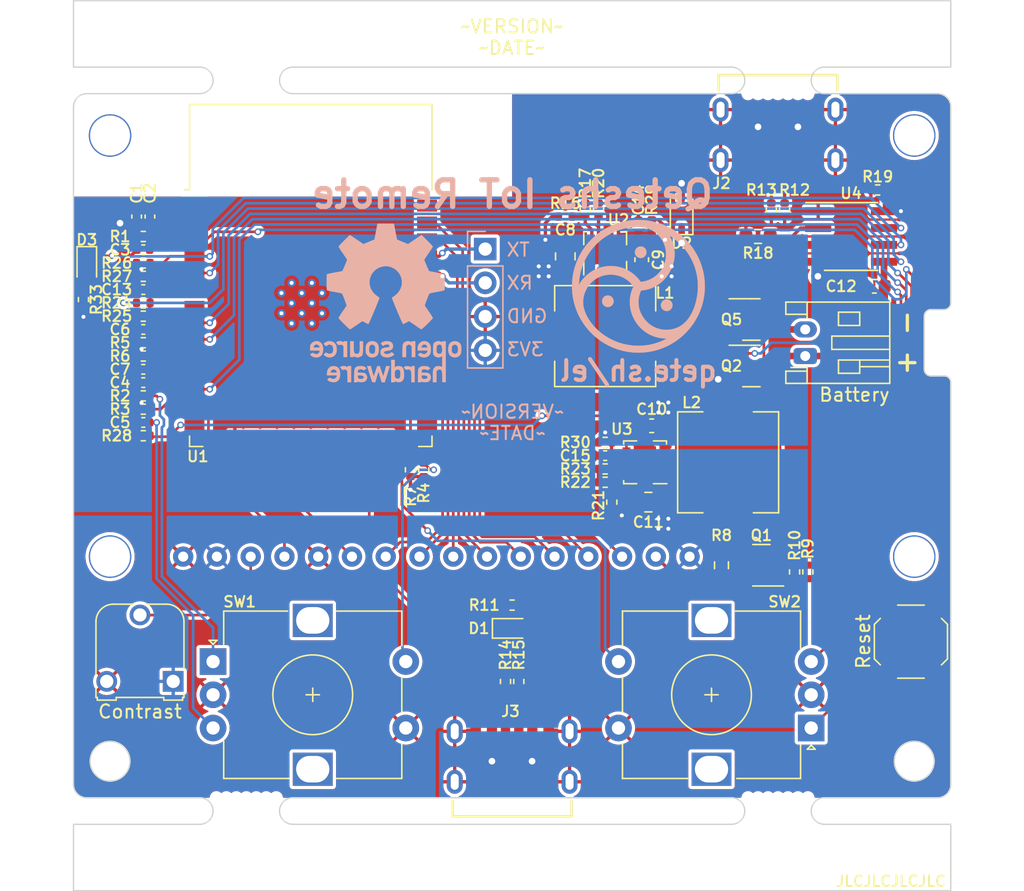
<source format=kicad_pcb>
(kicad_pcb (version 20221018) (generator pcbnew)
  (title_block (title "Qeteshs AC-Controller") (date "${DATE}") (rev "${VERSION}"))
  (layers (0 "F.Cu" signal) (31 "B.Cu" signal) (34 "B.Paste" user) (35 "F.Paste" user) (36 "B.SilkS" user "B.Silkscreen") (37 "F.SilkS" user "F.Silkscreen") (38 "B.Mask" user) (39 "F.Mask" user) (44 "Edge.Cuts" user))
  (property "DATE" "~DATE~")
  (property "VERSION" "~VERSION~")
  (net 0 "")
  (net 1 "GND")
  (net 2 "+3V3")
  (net 3 "/EN")
  (net 4 "/Encoder1_B")
  (net 5 "/Encoder1_A")
  (net 6 "/Encoder2_A")
  (net 7 "/Power/V_{BUS}")
  (net 8 "Net-(D1-A)")
  (net 9 "/LCD_VO")
  (net 10 "/LCD_RS")
  (net 11 "/LCD_EN")
  (net 12 "/LCD_D0")
  (net 13 "/LCD_D1")
  (net 14 "/LCD_D2")
  (net 15 "/LCD_D3")
  (net 16 "/LCD_D4")
  (net 17 "/LCD_D5")
  (net 18 "/LCD_D6")
  (net 19 "/LCD_D7")
  (net 20 "/LCD_LED_K")
  (net 21 "/TX")
  (net 22 "/RX")
  (net 23 "Net-(Q1-G)")
  (net 24 "/LCD_BL")
  (net 25 "/Button1")
  (net 26 "/Button2")
  (net 27 "/LED")
  (net 37 "/Encoder2_B")
  (net 38 "/Power/CC1a")
  (net 39 "/Power/CC2a")
  (net 40 "/Power/CC1b")
  (net 41 "/Power/CC2b")
  (net 42 "/Power/V_{IN}")
  (net 43 "+5V")
  (net 44 "/BattMeasure")
  (net 45 "Net-(U2-L2)")
  (net 46 "Net-(U2-L1)")
  (net 47 "Net-(U3-L2)")
  (net 48 "Net-(U3-L1)")
  (net 49 "Net-(R17-Pad2)")
  (net 50 "/Power/PROG")
  (net 51 "Net-(R22-Pad2)")
  (net 52 "/~{Battery_Charging}")
  (net 53 "/~{Battery_Standby}")
  (net 54 "/Battery+")
  (net 55 "/Power/FB3")
  (net 56 "/Power/FB5")
  (net 57 "/5VEN")
  (net 58 "/Power/VINA3")
  (net 59 "/Power/VINA5")
  (net 60 "Net-(Q1-D)")
  (net 61 "/Power/B-")
  (net 62 "Net-(D3-A)")
  (footprint "Resistor_SMD:R_0603_1608Metric_Pad0.98x0.95mm_HandSolder" (layer "F.Cu") (at 168.5 81.75 180)
    (fp_text reference "R18")
    (fp_text value "4k7")
  )
  (footprint "Resistor_SMD:R_0402_1005Metric" (layer "F.Cu") (at 122.25 87.75 180)
    (fp_text reference "R25")
    (fp_text value "10M")
  )
  (footprint "Package_TO_SOT_SMD:SOT-23" (layer "F.Cu") (at 168 91.5)
    (fp_text reference "Q2")
    (fp_text value "AO3401A")
  )
  (footprint "Potentiometer_THT:Potentiometer_Runtron_RM-065_Vertical" (layer "F.Cu") (at 124.5 115.24 180)
    (fp_text reference "RV1" hide)
    (fp_text value "Contrast")
  )
  (footprint "Resistor_SMD:R_0402_1005Metric" (layer "F.Cu") (at 122.25 89.75)
    (fp_text reference "R5")
    (fp_text value "10k")
  )
  (footprint "Panelization:mouse-bite-2x5mm-slot-onesided-v2" (layer "F.Cu") (at 130 70 180)
    (fp_text reference "mouse-bite-2mm-slot" hide)
    (fp_text value "VAL**" hide)
    (fp_arc (start -3.5 -1) (mid -2.5 0) (end -3.5 1) (stroke (width 0.1)) (layer "Edge.Cuts"))
    (fp_arc (start 3.5 1) (mid 2.5 0) (end 3.5 -1) (stroke (width 0.1)) (layer "Edge.Cuts"))
  )
  (footprint "My_Footprints:JLCPCB_Tooling_Hole" (layer "F.Cu") (at 119.5 66.5)
    (fp_text reference "REF**" hide)
    (fp_text value "JLCPCB_Tooling_Hole")
  )
  (footprint "Capacitor_SMD:C_0402_1005Metric" (layer "F.Cu") (at 122.25 95.75)
    (fp_text reference "C5")
    (fp_text value "100n")
  )
  (footprint "My_Footprints:EATON_DR74" (layer "F.Cu") (at 157 89.25)
    (fp_text reference "L1")
    (fp_text value "DR74-3R3-R")
  )
  (footprint "Resistor_SMD:R_0603_1608Metric_Pad0.98x0.95mm_HandSolder" (layer "F.Cu") (at 165.75 106.5 90)
    (fp_text reference "R8")
    (fp_text value "0R")
  )
  (footprint "Resistor_SMD:R_0402_1005Metric" (layer "F.Cu") (at 122.25 96.75 180)
    (fp_text reference "R28")
    (fp_text value "100k")
  )
  (footprint "Resistor_SMD:R_0402_1005Metric" (layer "F.Cu") (at 122.25 81.75)
    (fp_text reference "R1")
    (fp_text value "10k")
  )
  (footprint "Connector_JST:JST_PH_S2B-PH-K_1x02_P2.00mm_Horizontal" (layer "F.Cu") (at 172.05 90.75 90)
    (fp_text reference "BT1" hide)
    (fp_text value "LiIon")
  )
  (footprint "USB4125-GF-A_REVA2:GCT_USB4125-GF-A_REVA2" (layer "F.Cu") (at 170 73 180)
    (fp_text reference "J2")
    (fp_text value "USB_C_Top")
  )
  (footprint "Resistor_SMD:R_0402_1005Metric" (layer "F.Cu") (at 122.25 83.75)
    (fp_text reference "R26")
    (fp_text value "10k")
  )
  (footprint "Button_Switch_SMD:SW_Push_1P1T_XKB_TS-1187A" (layer "F.Cu") (at 180 112.25 -90)
    (fp_text reference "SW3" hide)
    (fp_text value "RESET")
  )
  (footprint "My_Footprints:JLCPCB_Tooling_Hole" (layer "F.Cu") (at 180.5 128.5 180)
    (fp_text reference "REF**" hide)
    (fp_text value "JLCPCB_Tooling_Hole")
  )
  (footprint "Resistor_SMD:R_0402_1005Metric" (layer "F.Cu") (at 172.25 107 90)
    (fp_text reference "R9")
    (fp_text value "100R")
  )
  (footprint "Resistor_SMD:R_0402_1005Metric" (layer "F.Cu") (at 122.25 94.75)
    (fp_text reference "R3")
    (fp_text value "10k")
  )
  (footprint "Capacitor_SMD:C_0805_2012Metric" (layer "F.Cu") (at 154 83.25 90)
    (fp_text reference "C8")
    (fp_text value "47u")
  )
  (footprint "Package_TO_SOT_SMD:SOT-23" (layer "F.Cu") (at 168.75 106.5 180)
    (fp_text reference "Q1")
    (fp_text value "AO3400A")
  )
  (footprint "Resistor_SMD:R_0402_1005Metric" (layer "F.Cu") (at 160.5 81 90)
    (fp_text reference "R29")
    (fp_text value "100R")
  )
  (footprint "Capacitor_SMD:C_0402_1005Metric" (layer "F.Cu") (at 121.75 80.25 -90)
    (fp_text reference "C1")
    (fp_text value "10u")
  )
  (footprint "Resistor_SMD:R_0402_1005Metric" (layer "F.Cu") (at 150 109.5)
    (fp_text reference "R11")
    (fp_text value "680R")
  )
  (footprint "Resistor_SMD:R_0402_1005Metric" (layer "F.Cu") (at 177.5 78.25 180)
    (fp_text reference "R19")
    (fp_text value "100k")
  )
  (footprint "Diode_SMD:D_SOD-323" (layer "F.Cu") (at 162.75 80 90)
    (fp_text reference "D2")
    (fp_text value "1N5819WS")
  )
  (footprint "Resistor_SMD:R_0402_1005Metric" (layer "F.Cu") (at 117.75 86.5 90)
    (fp_text reference "R33")
    (fp_text value "680R")
  )
  (footprint "Rotary_Encoder:RotaryEncoder_Alps_EC12E-Switch_Vertical_H20mm" (layer "F.Cu") (at 127.5 113.75)
    (fp_text reference "SW1")
    (fp_text value "Mode")
  )
  (footprint "Rotary_Encoder:RotaryEncoder_Alps_EC12E-Switch_Vertical_H20mm" (layer "F.Cu") (at 172.5 118.75 180)
    (fp_text reference "SW2")
    (fp_text value "Value")
  )
  (footprint "Resistor_SMD:R_0402_1005Metric" (layer "F.Cu") (at 150.5 115.25 90)
    (fp_text reference "R15")
    (fp_text value "5k1")
  )
  (footprint "Resistor_SMD:R_0402_1005Metric" (layer "F.Cu") (at 149.5 115.25 90)
    (fp_text reference "R14")
    (fp_text value "5k1")
  )
  (footprint "Resistor_SMD:R_0402_1005Metric" (layer "F.Cu") (at 156.5 79.75 -90)
    (fp_text reference "R20")
    (fp_text value "27k")
  )
  (footprint "Capacitor_SMD:C_0805_2012Metric" (layer "F.Cu") (at 160.25 101.75 180)
    (fp_text reference "C11")
    (fp_text value "47u")
  )
  (footprint "Resistor_SMD:R_0402_1005Metric" (layer "F.Cu") (at 122.25 93.75)
    (fp_text reference "R2")
    (fp_text value "10k")
  )
  (footprint "Package_SON:Texas_DRC0010J" (layer "F.Cu") (at 157 83 90)
    (fp_text reference "U2")
    (fp_text value "TPS63000")
  )
  (footprint "Package_TO_SOT_SMD:SOT-23" (layer "F.Cu") (at 168 88)
    (fp_text reference "Q5")
    (fp_text value "AO3400A")
  )
  (footprint "Capacitor_SMD:C_0402_1005Metric" (layer "F.Cu") (at 122.25 88.75)
    (fp_text reference "C6")
    (fp_text value "100n")
  )
  (footprint "Package_SON:Texas_DRC0010J" (layer "F.Cu") (at 160 98.75 180)
    (fp_text reference "U3")
    (fp_text value "TPS63000")
  )
  (footprint "Resistor_SMD:R_0402_1005Metric" (layer "F.Cu") (at 154 80.25)
    (fp_text reference "R16")
    (fp_text value "1M")
  )
  (footprint "Resistor_SMD:R_0402_1005Metric" (layer "F.Cu") (at 157.5 101.75 90)
    (fp_text reference "R21")
    (fp_text value "1M")
  )
  (footprint "Resistor_SMD:R_0402_1005Metric" (layer "F.Cu") (at 155.5 79.75 90)
    (fp_text reference "R17")
    (fp_text value "150k")
  )
  (footprint "RF_Module:ESP32-WROOM-32" (layer "F.Cu") (at 134.850602 87.68)
    (fp_text reference "U1")
    (fp_text value "ESP32-WROOM-32")
  )
  (footprint "Capacitor_SMD:C_0402_1005Metric" (layer "F.Cu") (at 122.25 82.75)
    (fp_text reference "C3")
    (fp_text value "100n")
  )
  (footprint "LED_SMD:LED_0603_1608Metric" (layer "F.Cu") (at 118 84 -90)
    (fp_text reference "D3")
    (fp_text value "Charging")
  )
  (footprint "Resistor_SMD:R_0402_1005Metric" (layer "F.Cu") (at 122.25 90.75)
    (fp_text reference "R6")
    (fp_text value "10k")
  )
  (footprint "My_Footprints:EATON_DR74" (layer "F.Cu") (at 166.25 98.75 90)
    (fp_text reference "L2")
    (fp_text value "DR74-3R3-R")
  )
  (footprint "Panelization:mouse-bite-2x5mm-slot-onesided-v2" (layer "F.Cu") (at 130 125)
    (fp_text reference "mouse-bite-2mm-slot" hide)
    (fp_text value "VAL**" hide)
    (fp_arc (start -3.5 -1) (mid -2.5 0) (end -3.5 1) (stroke (width 0.1)) (layer "Edge.Cuts"))
    (fp_arc (start 3.5 1) (mid 2.5 0) (end 3.5 -1) (stroke (width 0.1)) (layer "Edge.Cuts"))
  )
  (footprint "Capacitor_SMD:C_0603_1608Metric" (layer "F.Cu") (at 159.75 83.5 90)
    (fp_text reference "C9")
    (fp_text value "10u")
  )
  (footprint "USB4125-GF-A_REVA2:GCT_USB4125-GF-A_REVA2" (layer "F.Cu") (at 150 122)
    (fp_text reference "J3")
    (fp_text value "USB_C_Bottom")
  )
  (footprint "Resistor_SMD:R_0402_1005Metric" (layer "F.Cu") (at 171.25 107 90)
    (fp_text reference "R10")
    (fp_text value "100k")
  )
  (footprint "Capacitor_SMD:C_0402_1005Metric" (layer "F.Cu") (at 122.75 80.25 -90)
    (fp_text reference "C2")
    (fp_text value "100n")
  )
  (footprint "Resistor_SMD:R_0402_1005Metric" (layer "F.Cu") (at 170.5 79.75 -90)
    (fp_text reference "R12")
    (fp_text value "5k1")
  )
  (footprint "Capacitor_SMD:C_0402_1005Metric" (layer "F.Cu") (at 122.25 92.75)
    (fp_text reference "C4")
    (fp_text value "100n")
  )
  (footprint "TP4056:SOP127P600X175-9N" (layer "F.Cu") (at 175.5 81.75)
    (fp_text reference "U4")
    (fp_text value "TP4056")
  )
  (footprint "Capacitor_SMD:C_0603_1608Metric" (layer "F.Cu") (at 160.5 96 180)
    (fp_text reference "C10")
    (fp_text value "10u")
  )
  (footprint "Resistor_SMD:R_0402_1005Metric" (layer "F.Cu") (at 142.350602 99.315 90)
    (fp_text reference "R7")
    (fp_text value "10k")
  )
  (footprint "My_Footprints:DEM 16226 SYH-LY" (layer "F.Cu") (at 150 90)
    (fp_text reference "DS1" hide)
    (fp_text value "DEM 16226 SYH-LY")
  )
  (footprint "My_Footprints:JLCPCB_Tooling_Hole" (layer "F.Cu") (at 119.5 128.5 180)
    (fp_text reference "REF**" hide)
    (fp_text value "JLCPCB_Tooling_Hole")
  )
  (footprint "Panelization:mouse-bite-2x5mm-slot-onesided-v2" (layer "F.Cu") (at 170 70 180)
    (fp_text reference "mouse-bite-2mm-slot" hide)
    (fp_text value "VAL**" hide)
    (fp_arc (start -3.5 -1) (mid -2.5 0) (end -3.5 1) (stroke (width 0.1)) (layer "Edge.Cuts"))
    (fp_arc (start 3.5 1) (mid 2.5 0) (end 3.5 -1) (stroke (width 0.1)) (layer "Edge.Cuts"))
  )
  (footprint "Resistor_SMD:R_0402_1005Metric" (layer "F.Cu") (at 143.350602 99.315 90)
    (fp_text reference "R4")
    (fp_text value "10k")
  )
  (footprint "Resistor_SMD:R_0402_1005Metric" (layer "F.Cu") (at 157 97.25 180)
    (fp_text reference "R30")
    (fp_text value "100R")
  )
  (footprint "Capacitor_SMD:C_0402_1005Metric" (layer "F.Cu") (at 122.25 85.75)
    (fp_text reference "C13")
    (fp_text value "100n")
  )
  (footprint "Resistor_SMD:R_0402_1005Metric" (layer "F.Cu") (at 169.5 79.75 -90)
    (fp_text reference "R13")
    (fp_text value "5k1")
  )
  (footprint "LED_SMD:LED_0603_1608Metric" (layer "F.Cu") (at 150 111.25)
    (fp_text reference "D1")
    (fp_text value "Status")
  )
  (footprint "Capacitor_SMD:C_0603_1608Metric" (layer "F.Cu") (at 177.25 85.5 180)
    (fp_text reference "C12")
    (fp_text value "10u")
  )
  (footprint "Resistor_SMD:R_0402_1005Metric" (layer "F.Cu") (at 157 99.25)
    (fp_text reference "R23")
    (fp_text value "56k")
  )
  (footprint "Capacitor_SMD:C_0402_1005Metric" (layer "F.Cu") (at 122.25 91.75)
    (fp_text reference "C7")
    (fp_text value "100n")
  )
  (footprint "Resistor_SMD:R_0402_1005Metric" (layer "F.Cu") (at 122.25 84.75)
    (fp_text reference "R27")
    (fp_text value "10k")
  )
  (footprint "Resistor_SMD:R_0402_1005Metric" (layer "F.Cu") (at 157 100.25 180)
    (fp_text reference "R22")
    (fp_text value "56k")
  )
  (footprint "My_Footprints:JLCPCB_Tooling_Hole" (layer "F.Cu") (at 180.5 66.5)
    (fp_text reference "REF**" hide)
    (fp_text value "JLCPCB_Tooling_Hole")
  )
  (footprint "Panelization:mouse-bite-2x5mm-slot-onesided-v2" (layer "F.Cu") (at 170 125)
    (fp_text reference "mouse-bite-2mm-slot" hide)
    (fp_text value "VAL**" hide)
    (fp_arc (start -3.5 -1) (mid -2.5 0) (end -3.5 1) (stroke (width 0.1)) (layer "Edge.Cuts"))
    (fp_arc (start 3.5 1) (mid 2.5 0) (end 3.5 -1) (stroke (width 0.1)) (layer "Edge.Cuts"))
  )
  (footprint "Resistor_SMD:R_0402_1005Metric" (layer "F.Cu") (at 122.25 86.75)
    (fp_text reference "R24")
    (fp_text value "10M")
  )
  (footprint "Capacitor_SMD:C_0402_1005Metric" (layer "F.Cu") (at 159.5 81 -90)
    (fp_text reference "C14")
    (fp_text value "100n")
  )
  (footprint "Capacitor_SMD:C_0402_1005Metric" (layer "F.Cu") (at 157 98.25)
    (fp_text reference "C15")
    (fp_text value "100n")
  )
  (footprint "Connector_PinSocket_2.54mm:PinSocket_1x04_P2.54mm_Vertical" (layer "B.Cu") (at 147.975 82.7 180)
    (fp_text reference "J1" hide)
    (fp_text value "Serial")
  )
  (footprint "My_Footprints:CutieMark10mmInverted" (layer "B.Cu") (at 159.5 85.5 180)
    (fp_text reference "G***" hide)
    (fp_text value "LOGO" hide)
  )
  (footprint "Symbol:OSHW-Logo_11.4x12mm_SilkScreen" (layer "B.Cu") (at 140.5 86.75 180)
    (fp_text reference "REF**" hide)
    (fp_text value "OSHW-Logo_11.4x12mm_SilkScreen" hide)
  )
  (gr_line (start 182.5 87.25) (end 181.5 87.25) (stroke (width 0.1)) (layer "Edge.Cuts"))
  (gr_line (start 183 69) (end 173.5 69) (stroke (width 0.1)) (layer "Edge.Cuts"))
  (gr_arc (start 182 71) (mid 182.707107 71.292893) (end 183 72) (stroke (width 0.1)) (layer "Edge.Cuts"))
  (gr_line (start 117 131) (end 117 126) (stroke (width 0.1)) (layer "Edge.Cuts"))
  (gr_line (start 183 92.75) (end 183 123) (stroke (width 0.1)) (layer "Edge.Cuts"))
  (gr_line (start 117 69) (end 117 64) (stroke (width 0.1)) (layer "Edge.Cuts"))
  (gr_line (start 126.5 71) (end 118 71) (stroke (width 0.1)) (layer "Edge.Cuts"))
  (gr_arc (start 118 124) (mid 117.292893 123.707107) (end 117 123) (stroke (width 0.1)) (layer "Edge.Cuts"))
  (gr_line (start 166.5 124) (end 133.5 124) (stroke (width 0.1)) (layer "Edge.Cuts"))
  (gr_line (start 126.5 69) (end 117 69) (stroke (width 0.1)) (layer "Edge.Cuts"))
  (gr_line (start 133.5 71) (end 166.5 71) (stroke (width 0.1)) (layer "Edge.Cuts"))
  (gr_circle (center 180.25 121.25) (end 181.75 121.25) (stroke (width 0.1)) (fill none) (layer "Edge.Cuts"))
  (gr_line (start 117 126) (end 126.5 126) (stroke (width 0.1)) (layer "Edge.Cuts"))
  (gr_line (start 173.5 71) (end 182 71) (stroke (width 0.1)) (layer "Edge.Cuts"))
  (gr_line (start 133.5 126) (end 166.5 126) (stroke (width 0.1)) (layer "Edge.Cuts"))
  (gr_line (start 126.5 124) (end 118 124) (stroke (width 0.1)) (layer "Edge.Cuts"))
  (gr_line (start 181 87.75) (end 181 91.75) (stroke (width 0.1)) (layer "Edge.Cuts"))
  (gr_line (start 117 123) (end 117 72) (stroke (width 0.1)) (layer "Edge.Cuts"))
  (gr_line (start 183 131) (end 117 131) (stroke (width 0.1)) (layer "Edge.Cuts"))
  (gr_arc (start 183 86.75) (mid 182.853553 87.103553) (end 182.5 87.25) (stroke (width 0.1)) (layer "Edge.Cuts"))
  (gr_line (start 166.5 69) (end 133.5 69) (stroke (width 0.1)) (layer "Edge.Cuts"))
  (gr_arc (start 181 87.75) (mid 181.146447 87.396447) (end 181.5 87.25) (stroke (width 0.1)) (layer "Edge.Cuts"))
  (gr_line (start 183 64) (end 183 69) (stroke (width 0.1)) (layer "Edge.Cuts"))
  (gr_line (start 117 64) (end 183 64) (stroke (width 0.1)) (layer "Edge.Cuts"))
  (gr_arc (start 181.5 92.25) (mid 181.146447 92.103553) (end 181 91.75) (stroke (width 0.1)) (layer "Edge.Cuts"))
  (gr_line (start 183 86.75) (end 183 72) (stroke (width 0.1)) (layer "Edge.Cuts"))
  (gr_line (start 173.5 126) (end 183 126) (stroke (width 0.1)) (layer "Edge.Cuts"))
  (gr_line (start 181.5 92.25) (end 182.5 92.25) (stroke (width 0.1)) (layer "Edge.Cuts"))
  (gr_circle (center 119.75 121.25) (end 121.25 121.25) (stroke (width 0.1)) (fill none) (layer "Edge.Cuts"))
  (gr_line (start 183 126) (end 183 131) (stroke (width 0.1)) (layer "Edge.Cuts"))
  (gr_arc (start 182.5 92.25) (mid 182.853553 92.396447) (end 183 92.75) (stroke (width 0.1)) (layer "Edge.Cuts"))
  (gr_line (start 173.5 124) (end 182 124) (stroke (width 0.1)) (layer "Edge.Cuts"))
  (gr_arc (start 117 72) (mid 117.292893 71.292893) (end 118 71) (stroke (width 0.1)) (layer "Edge.Cuts"))
  (gr_arc (start 183 123) (mid 182.707107 123.707107) (end 182 124) (stroke (width 0.1)) (layer "Edge.Cuts"))
  (gr_text "Qeteshs IoT Remote" (at 150 79.75) (layer "B.SilkS") (effects (font (size 2 2) (thickness 0.4) bold) (justify bottom mirror)))
  (gr_text "TX" (at 149.5 82.75) (layer "B.SilkS") (effects (font (size 1 1)) (justify right mirror)))
  (gr_text "${VERSION}\n${DATE}" (at 150 95.75) (layer "B.SilkS") (effects (font (size 1 1)) (justify mirror)))
  (gr_text "3V3" (at 149.5 90.25) (layer "B.SilkS") (effects (font (size 1 1)) (justify right mirror)))
  (gr_text "qete.sh/el" (at 159.5 92.75) (layer "B.SilkS") (effects (font (size 1.5 1.5) (thickness 0.3) bold) (justify bottom mirror)))
  (gr_text "GND" (at 149.5 87.75) (layer "B.SilkS") (effects (font (size 1 1)) (justify right mirror)))
  (gr_text "RX" (at 149.5 85.25) (layer "B.SilkS") (effects (font (size 1 1)) (justify right mirror)))
  (gr_text "Battery" (at 175.75 94.25) (layer "F.SilkS") (effects (font (size 1 1)) (justify bottom)))
  (gr_text "Reset" (at 177 112.25 90) (layer "F.SilkS") (effects (font (size 1 1)) (justify bottom)))
  (gr_text "${VERSION}\n${DATE}" (at 150 66.75) (layer "F.SilkS") (effects (font (size 1 1))))
  (gr_text "JLCJLCJLCJLC" (at 178.5 130.75) (layer "F.SilkS") (effects (font (size 0.8 0.8)) (justify bottom)))
  (gr_text "Contrast" (at 122 118.1) (layer "F.SilkS") (effects (font (size 1 1)) (justify bottom)))
  (gr_text "+ -" (at 180.5 89.75 90) (layer "F.SilkS") (effects (font (size 1.5 1.5) (thickness 0.25) bold) (justify bottom)))
  (segment (start 156.5 81.6) (end 156.5 82.5) (width 0.25) (layer "F.Cu") (net 1))
  (segment (start 158.6 99.25) (end 159.5 99.25) (width 0.25) (layer "F.Cu") (net 1))
  (segment (start 156.5 82.5) (end 157 83) (width 0.25) (layer "F.Cu") (net 1))
  (segment (start 157.5 82.5) (end 157 83) (width 0.25) (layer "F.Cu") (net 1))
  (segment (start 156.5 81.6) (end 156.5 80.26) (width 0.25) (layer "F.Cu") (net 1))
  (segment (start 158.6 99.25) (end 157.51 99.25) (width 0.25) (layer "F.Cu") (net 1))
  (segment (start 159.5 99.25) (end 160 98.75) (width 0.25) (layer "F.Cu") (net 1))
  (segment (start 142.350602 99.825) (end 142.350602 100.815) (width 0.25) (layer "F.Cu") (net 2))
  (segment (start 126.070602 80.73) (end 122.75 80.73) (width 0.5) (layer "F.Cu") (net 2))
  (segment (start 122.106421 84.204661) (end 121.74 84.571082) (width 0.25) (layer "F.Cu") (net 2))
  (segment (start 121.74 84.571082) (end 121.74 84.75) (width 0.25) (layer "F.Cu") (net 2))
  (segment (start 121.74 80.74) (end 121.75 80.73) (width 0.2) (layer "F.Cu") (net 2))
  (segment (start 152.5 82) (end 152.5 80.745) (width 0.25) (layer "F.Cu") (net 2))
  (segment (start 121.74 90.60023) (end 122.116686 90.223544) (width 0.25) (layer "F.Cu") (net 2))
  (segment (start 143.350602 99.825) (end 142.350602 99.825) (width 0.25) (layer "F.Cu") (net 2))
  (segment (start 120.52 80.73) (end 121.75 80.73) (width 0.5) (layer "F.Cu") (net 2))
  (segment (start 121.74 81.75) (end 121.74 80.74) (width 0.2) (layer "F.Cu") (net 2))
  (segment (start 120.5 80.75) (end 120.52 80.73) (width 0.5) (layer "F.Cu") (net 2))
  (segment (start 121.74 94.75) (end 121.74 94.653142) (width 0.25) (layer "F.Cu") (net 2))
  (segment (start 122.75 80.73) (end 121.75 80.73) (width 0.5) (layer "F.Cu") (net 2))
  (segment (start 121.74 90.75) (end 121.74 90.60023) (width 0.25) (layer "F.Cu") (net 2))
  (segment (start 152.5 80.745) (end 152.995 80.25) (width 0.25) (layer "F.Cu") (net 2))
  (segment (start 152.995 80.25) (end 153.49 80.25) (width 0.25) (layer "F.Cu") (net 2))
  (segment (start 121.74 93.75) (end 121.74 93.89977) (width 0.25) (layer "F.Cu") (net 2))
  (segment (start 121.74 93.89977) (end 122.116686 94.276456) (width 0.25) (layer "F.Cu") (net 2))
  (segment (start 117.75 87.8) (end 117.75 87.01) (width 0.2) (layer "F.Cu") (net 2))
  (segment (start 121.74 83.83824) (end 121.74 83.75) (width 0.25) (layer "F.Cu") (net 2))
  (segment (start 122.106421 84.204661) (end 121.74 83.83824) (width 0.25) (layer "F.Cu") (net 2))
  (segment (start 121.74 94.653142) (end 122.116686 94.276456) (width 0.25) (layer "F.Cu") (net 2))
  (segment (start 121.74 89.75) (end 121.74 89.846858) (width 0.25) (layer "F.Cu") (net 2))
  (segment (start 121.74 89.846858) (end 122.116686 90.223544) (width 0.25) (layer "F.Cu") (net 2))
  (segment (start 126.100602 80.7) (end 126.070602 80.73) (width 0.5) (layer "F.Cu") (net 2))
  (via (at 122.116686 94.276456) (size 0.5) (drill 0.3) (layers "F.Cu" "B.Cu") (net 2))
  (via (at 152.75 84) (size 0.5) (drill 0.3) (layers "F.Cu" "B.Cu") (net 2))
  (via (at 152 84) (size 0.5) (drill 0.3) (layers "F.Cu" "B.Cu") (net 2))
  (via (at 152.75 84.75) (size 0.5) (drill 0.3) (layers "F.Cu" "B.Cu") (net 2))
  (via (at 122.106421 84.204661) (size 0.5) (drill 0.3) (layers "F.Cu" "B.Cu") (net 2))
  (via (at 122.116686 90.223544) (size 0.5) (drill 0.3) (layers "F.Cu" "B.Cu") (net 2))
  (via (at 142.350602 100.815) (size 0.5) (drill 0.3) (layers "F.Cu" "B.Cu") (net 2))
  (via (at 152.5 82) (size 0.5) (drill 0.3) (layers "F.Cu" "B.Cu") (net 2))
  (via (at 120.5 80.75) (size 1) (drill 0.5) (layers "F.Cu" "B.Cu") (net 2))
  (via (at 152 84.75) (size 0.5) (drill 0.3) (layers "F.Cu" "B.Cu") (net 2))
  (via (at 117.75 87.8) (size 0.5) (drill 0.3) (layers "F.Cu" "B.Cu") (net 2))
  (segment (start 124 81.75) (end 122.76 81.75) (width 0.2) (layer "F.Cu") (net 3))
  (segment (start 126.100602 81.97) (end 124.22 81.97) (width 0.2) (layer "F.Cu") (net 3))
  (segment (start 179.652858 84.226847) (end 180.45 85.023989) (width 0.2) (layer "F.Cu") (net 3))
  (segment (start 180.45 101.497058) (end 178.125 103.822058) (width 0.2) (layer "F.Cu") (net 3))
  (segment (start 180.45 85.023989) (end 180.45 101.497058) (width 0.2) (layer "F.Cu") (net 3))
  (segment (start 178.125 103.822058) (end 178.125 109.25) (width 0.2) (layer "F.Cu") (net 3))
  (segment (start 126.100602 81.97) (end 127.03 81.97) (width 0.2) (layer "F.Cu") (net 3))
  (segment (start 127.03 81.97) (end 127.6005 81.3995) (width 0.2) (layer "F.Cu") (net 3))
  (segment (start 122.73 82.75) (end 122.73 81.78) (width 0.2) (layer "F.Cu") (net 3))
  (segment (start 124.22 81.97) (end 124 81.75) (width 0.2) (layer "F.Cu") (net 3))
  (segment (start 127.6005 81.3995) (end 130.873481 81.3995) (width 0.2) (layer "F.Cu") (net 3))
  (segment (start 178.125 115.25) (end 178.125 109.25) (width 0.2) (layer "F.Cu") (net 3))
  (via (at 130.873481 81.3995) (size 0.5) (drill 0.3) (layers "F.Cu" "B.Cu") (net 3))
  (via (at 179.652858 84.226847) (size 0.5) (drill 0.3) (layers "F.Cu" "B.Cu") (net 3))
  (segment (start 179.652858 84.226847) (end 179.652858 86.049732) (width 0.2) (layer "B.Cu") (net 3))
  (segment (start 131.022981 81.25) (end 130.873481 81.3995) (width 0.2) (layer "B.Cu") (net 3))
  (segment (start 179.227818 86.474772) (end 178.772182 86.474772) (width 0.2) (layer "B.Cu") (net 3))
  (segment (start 178.772182 86.474772) (end 177.1 84.80259) (width 0.2) (layer "B.Cu") (net 3))
  (segment (start 177.1 82.571248) (end 175.778752 81.25) (width 0.2) (layer "B.Cu") (net 3))
  (segment (start 177.1 84.80259) (end 177.1 82.571248) (width 0.2) (layer "B.Cu") (net 3))
  (segment (start 175.778752 81.25) (end 131.022981 81.25) (width 0.2) (layer "B.Cu") (net 3))
  (segment (start 179.652858 86.049732) (end 179.227818 86.474772) (width 0.2) (layer "B.Cu") (net 3))
  (segment (start 122.73 95.75) (end 122.73 94.78) (width 0.2) (layer "F.Cu") (net 4))
  (segment (start 122.73 94.78) (end 122.76 94.75) (width 0.2) (layer "F.Cu") (net 4))
  (segment (start 125.100602 92.13) (end 126.100602 92.13) (width 0.2) (layer "F.Cu") (net 4))
  (segment (start 123.563173 94.75) (end 124.5 93.813173) (width 0.2) (layer "F.Cu") (net 4))
  (segment (start 123.25 95.75) (end 122.73 95.75) (width 0.2) (layer "F.Cu") (net 4))
  (segment (start 124.5 93.813173) (end 124.5 92.730602) (width 0.2) (layer "F.Cu") (net 4))
  (segment (start 124.5 92.730602) (end 125.100602 92.13) (width 0.2) (layer "F.Cu") (net 4))
  (segment (start 122.76 94.75) (end 123.563173 94.75) (width 0.2) (layer "F.Cu") (net 4))
  (via (at 123.25 95.75) (size 0.5) (drill 0.3) (layers "F.Cu" "B.Cu") (net 4))
  (segment (start 123.25 107.515686) (end 126 110.265686) (width 0.2) (layer "B.Cu") (net 4))
  (segment (start 123.25 95.75) (end 123.25 107.515686) (width 0.2) (layer "B.Cu") (net 4))
  (segment (start 126 110.265686) (end 126 117.25) (width 0.2) (layer "B.Cu") (net 4))
  (segment (start 126 117.25) (end 127.5 118.75) (width 0.2) (layer "B.Cu") (net 4))
  (segment (start 125.14 90.86) (end 126.100602 90.86) (width 0.2) (layer "F.Cu") (net 5))
  (segment (start 122.76 92.78) (end 122.73 92.75) (width 0.2) (layer "F.Cu") (net 5))
  (segment (start 123.25 92.75) (end 125.14 90.86) (width 0.2) (layer "F.Cu") (net 5))
  (segment (start 122.76 93.75) (end 122.76 92.78) (width 0.2) (layer "F.Cu") (net 5))
  (segment (start 122.76 93.75) (end 123.25 93.75) (width 0.2) (layer "F.Cu") (net 5))
  (segment (start 122.73 92.75) (end 122.775 92.795) (width 0.2) (layer "F.Cu") (net 5))
  (segment (start 122.73 92.75) (end 123.25 92.75) (width 0.2) (layer "F.Cu") (net 5))
  (segment (start 123.25 93.75) (end 123.5 94) (width 0.2) (layer "F.Cu") (net 5))
  (via (at 123.5 94) (size 0.5) (drill 0.3) (layers "F.Cu" "B.Cu") (net 5))
  (segment (start 123.8 95.522182) (end 123.8 95.977818) (width 0.2) (layer "B.Cu") (net 5))
  (segment (start 123.5 95.222182) (end 123.8 95.522182) (width 0.2) (layer "B.Cu") (net 5))
  (segment (start 123.5 94) (end 123.5 95.222182) (width 0.2) (layer "B.Cu") (net 5))
  (segment (start 123.65 107.35) (end 127.5 111.2) (width 0.2) (layer "B.Cu") (net 5))
  (segment (start 123.65 96.127819) (end 123.65 107.35) (width 0.2) (layer "B.Cu") (net 5))
  (segment (start 127.5 111.2) (end 127.5 113.75) (width 0.2) (layer "B.Cu") (net 5))
  (segment (start 123.8 95.977818) (end 123.65 96.127819) (width 0.2) (layer "B.Cu") (net 5))
  (segment (start 179 84.5) (end 179.052549 84.5) (width 0.2) (layer "F.Cu") (net 6))
  (segment (start 179.052549 84.5) (end 180.05 85.497451) (width 0.2) (layer "F.Cu") (net 6))
  (segment (start 174 107.381372) (end 174 117.25) (width 0.2) (layer "F.Cu") (net 6))
  (segment (start 127.25 88.25) (end 126.170602 88.25) (width 0.2) (layer "F.Cu") (net 6))
  (segment (start 180.05 101.331372) (end 174 107.381372) (width 0.2) (layer "F.Cu") (net 6))
  (segment (start 174 117.25) (end 172.5 118.75) (width 0.2) (layer "F.Cu") (net 6))
  (segment (start 126.170602 88.25) (end 126.100602 88.32) (width 0.2) (layer "F.Cu") (net 6))
  (segment (start 122.76 89.75) (end 122.76 88.78) (width 0.2) (layer "F.Cu") (net 6))
  (segment (start 122.73 88.75) (end 124 88.75) (width 0.2) (layer "F.Cu") (net 6))
  (segment (start 124 88.75) (end 124.43 88.32) (width 0.2) (layer "F.Cu") (net 6))
  (segment (start 180.05 85.497451) (end 180.05 101.331372) (width 0.2) (layer "F.Cu") (net 6))
  (segment (start 122.76 88.78) (end 122.73 88.75) (width 0.2) (layer "F.Cu") (net 6))
  (segment (start 124.43 88.32) (end 126.100602 88.32) (width 0.2) (layer "F.Cu") (net 6))
  (via (at 179 84.5) (size 0.5) (drill 0.3) (layers "F.Cu" "B.Cu") (net 6))
  (via (at 127.25 88.25) (size 0.5) (drill 0.3) (layers "F.Cu" "B.Cu") (net 6))
  (segment (start 179 84.5) (end 178.3 83.8) (width 0.2) (layer "B.Cu") (net 6))
  (segment (start 178.3 82.07419) (end 176.27581 80.05) (width 0.2) (layer "B.Cu") (net 6))
  (segment (start 176.27581 80.05) (end 130.288478 80.05) (width 0.2) (layer "B.Cu") (net 6))
  (segment (start 178.3 83.8) (end 178.3 82.07419) (width 0.2) (layer "B.Cu") (net 6))
  (segment (start 130.288478 80.05) (end 128.675 81.663478) (width 0.2) (layer "B.Cu") (net 6))
  (segment (start 128.675 86.825) (end 127.25 88.25) (width 0.2) (layer "B.Cu") (net 6))
  (segment (start 128.675 81.663478) (end 128.675 86.825) (width 0.2) (layer "B.Cu") (net 6))
  (segment (start 151.52 118.92) (end 151.52 121.23) (width 0.76) (layer "F.Cu") (net 7))
  (segment (start 177.975 79.845) (end 179.25 79.845) (width 0.25) (layer "F.Cu") (net 7))
  (segment (start 168.48 73.52) (end 168.5 73.5) (width 0.76) (layer "F.Cu") (net 7))
  (segment (start 148.48 118.92) (end 148.48 121.25) (width 0.76) (layer "F.Cu") (net 7))
  (segment (start 168.25 90.55) (end 167.0625 90.55) (width 0.2) (layer "F.Cu") (net 7))
  (segment (start 178.01 79.81) (end 177.975 79.845) (width 0.25) (layer "F.Cu") (net 7))
  (segment (start 173 83.68) (end 173.025 83.655) (width 0.5) (layer "F.Cu") (net 7))
  (segment (start 178.01 78.25) (end 178.01 79.81) (width 0.25) (layer "F.Cu") (net 7))
  (segment (start 171.52 73.52) (end 171.5 73.5) (width 0.76) (layer "F.Cu") (net 7))
  (segment (start 168.48 76.08) (end 168.48 73.52) (width 0.76) (layer "F.Cu") (net 7))
  (segment (start 162.75 78.95) (end 162.75 77.75) (width 0.5) (layer "F.Cu") (net 7))
  (segment (start 173 84.75) (end 173 83.68) (width 0.5) (layer "F.Cu") (net 7))
  (segment (start 151.52 121.23) (end 151.5 121.25) (width 0.76) (layer "F.Cu") (net 7))
  (segment (start 171.52 76.08) (end 171.52 73.52) (width 0.76) (layer "F.Cu") (net 7))
  (via (at 171.5 73.5) (size 1) (drill 0.5) (layers "F.Cu" "B.Cu") (net 7))
  (via (at 168.25 90.55) (size 0.5) (drill 0.3) (layers "F.Cu" "B.Cu") (net 7))
  (via (at 148.48 121.25) (size 1) (drill 0.5) (layers "F.Cu" "B.Cu") (net 7))
  (via (at 162.75 77.75) (size 1) (drill 0.5) (layers "F.Cu" "B.Cu") (net 7))
  (via (at 173 84.75) (size 1) (drill 0.5) (layers "F.Cu" "B.Cu") (net 7))
  (via (at 168.5 73.5) (size 1) (drill 0.5) (layers "F.Cu" "B.Cu") (net 7))
  (via (at 151.5 121.25) (size 1) (drill 0.5) (layers "F.Cu" "B.Cu") (net 7))
  (via (at 179.25 79.845) (size 0.5) (drill 0.3) (layers "F.Cu" "B.Cu") (net 7))
  (segment (start 168.25 90.55) (end 168.702208 90.55) (width 0.2) (layer "B.Cu") (net 7))
  (segment (start 169.502208 89.75) (end 173 89.75) (width 0.2) (layer "B.Cu") (net 7))
  (segment (start 168.702208 90.55) (end 169.502208 89.75) (width 0.2) (layer "B.Cu") (net 7))
  (segment (start 150.7875 110.4875) (end 150.7875 111.25) (width 0.25) (layer "F.Cu") (net 8))
  (segment (start 150.51 110.21) (end 150.7875 110.4875) (width 0.25) (layer "F.Cu") (net 8))
  (segment (start 150.51 109.5) (end 150.51 110.21) (width 0.25) (layer "F.Cu") (net 8))
  (segment (start 122 110.24) (end 122.01 110.25) (width 0.2) (layer "F.Cu") (net 9))
  (segment (start 127 110.25) (end 130.33 106.92) (width 0.2) (layer "F.Cu") (net 9))
  (segment (start 130.33 106.92) (end 130.33 105.85) (width 0.2) (layer "F.Cu") (net 9))
  (segment (start 122.01 110.25) (end 127 110.25) (width 0.2) (layer "F.Cu") (net 9))
  (segment (start 132.87 104.62) (end 132.87 105.85) (width 0.2) (layer "F.Cu") (net 10))
  (segment (start 127.150602 95.14) (end 127.150602 98.900602) (width 0.2) (layer "F.Cu") (net 10))
  (segment (start 126.680602 94.67) (end 127.150602 95.14) (width 0.2) (layer "F.Cu") (net 10))
  (segment (start 127.150602 98.900602) (end 132.87 104.62) (width 0.2) (layer "F.Cu") (net 10))
  (segment (start 126.100602 94.67) (end 126.680602 94.67) (width 0.2) (layer "F.Cu") (net 10))
  (segment (start 130.410602 98.310602) (end 137.95 105.85) (width 0.2) (layer "F.Cu") (net 11))
  (segment (start 130.410602 97.19) (end 130.410602 98.310602) (width 0.2) (layer "F.Cu") (net 11))
  (segment (start 141.59 104.75) (end 143.564314 104.75) (width 0.2) (layer "F.Cu") (net 12))
  (segment (start 144.42 94.67) (end 143.600602 94.67) (width 0.2) (layer "F.Cu") (net 12))
  (segment (start 144.77 103.544314) (end 144.77 95.02) (width 0.2) (layer "F.Cu") (net 12))
  (segment (start 140.49 105.85) (end 141.59 104.75) (width 0.2) (layer "F.Cu") (net 12))
  (segment (start 144.77 95.02) (end 144.42 94.67) (width 0.2) (layer "F.Cu") (net 12))
  (segment (start 143.564314 104.75) (end 144.77 103.544314) (width 0.2) (layer "F.Cu") (net 12))
  (segment (start 143.03 105.85) (end 145.17 103.71) (width 0.2) (layer "F.Cu") (net 13))
  (segment (start 145.17 103.71) (end 145.17 94.154699) (width 0.2) (layer "F.Cu") (net 13))
  (segment (start 144.415301 93.4) (end 143.600602 93.4) (width 0.2) (layer "F.Cu") (net 13))
  (segment (start 145.17 94.154699) (end 144.415301 93.4) (width 0.2) (layer "F.Cu") (net 13))
  (segment (start 145.57 93.307268) (end 144.392732 92.13) (width 0.2) (layer "F.Cu") (net 14))
  (segment (start 144.392732 92.13) (end 143.600602 92.13) (width 0.2) (layer "F.Cu") (net 14))
  (segment (start 145.57 105.85) (end 145.57 93.307268) (width 0.2) (layer "F.Cu") (net 14))
  (segment (start 144.675602 91.847184) (end 144.675602 90.085) (width 0.2) (layer "F.Cu") (net 15))
  (segment (start 145.97 93.141583) (end 144.675602 91.847184) (width 0.2) (layer "F.Cu") (net 15))
  (segment (start 145.97 103.71) (end 145.97 93.141583) (width 0.2) (layer "F.Cu") (net 15))
  (segment (start 148.11 105.85) (end 145.97 103.71) (width 0.2) (layer "F.Cu") (net 15))
  (segment (start 144.675602 90.085) (end 144.180602 89.59) (width 0.2) (layer "F.Cu") (net 15))
  (segment (start 144.180602 89.59) (end 143.600602 89.59) (width 0.2) (layer "F.Cu") (net 15))
  (segment (start 147.588862 104.763175) (end 146.37 103.544313) (width 0.2) (layer "F.Cu") (net 16))
  (segment (start 146.37 92.975897) (end 145.075602 91.681498) (width 0.2) (layer "F.Cu") (net 16))
  (segment (start 149.563176 104.763176) (end 147.588862 104.763175) (width 0.2) (layer "F.Cu") (net 16))
  (segment (start 150.65 105.85) (end 149.563176 104.763176) (width 0.2) (layer "F.Cu") (net 16))
  (segment (start 146.37 103.544313) (end 146.37 92.975897) (width 0.2) (layer "F.Cu") (net 16))
  (segment (start 144.57 88.32) (end 143.600602 88.32) (width 0.2) (layer "F.Cu") (net 16))
  (segment (start 145.075602 91.681498) (end 145.075602 88.825602) (width 0.2) (layer "F.Cu") (net 16))
  (segment (start 145.075602 88.825602) (end 144.57 88.32) (width 0.2) (layer "F.Cu") (net 16))
  (segment (start 146.77 92.810211) (end 145.475602 91.515812) (width 0.2) (layer "F.Cu") (net 17))
  (segment (start 151.703176 104.363176) (end 147.754548 104.363175) (width 0.2) (layer "F.Cu") (net 17))
  (segment (start 147.754548 104.363175) (end 146.77 103.378627) (width 0.2) (layer "F.Cu") (net 17))
  (segment (start 153.19 105.85) (end 151.703176 104.363176) (width 0.2) (layer "F.Cu") (net 17))
  (segment (start 144.53 85.78) (end 143.600602 85.78) (width 0.2) (layer "F.Cu") (net 17))
  (segment (start 145.475602 91.515812) (end 145.475602 86.725602) (width 0.2) (layer "F.Cu") (net 17))
  (segment (start 146.77 103.378627) (end 146.77 92.810211) (width 0.2) (layer "F.Cu") (net 17))
  (segment (start 145.475602 86.725602) (end 144.53 85.78) (width 0.2) (layer "F.Cu") (net 17))
  (segment (start 155.73 105.85) (end 153.843176 103.963176) (width 0.2) (layer "F.Cu") (net 18))
  (segment (start 145.875602 91.350126) (end 145.875602 83.312429) (width 0.2) (layer "F.Cu") (net 18))
  (segment (start 153.843176 103.963176) (end 147.920234 103.963176) (width 0.2) (layer "F.Cu") (net 18))
  (segment (start 147.17 92.644525) (end 145.875602 91.350126) (width 0.2) (layer "F.Cu") (net 18))
  (segment (start 147.920234 103.963176) (end 147.17 103.212942) (width 0.2) (layer "F.Cu") (net 18))
  (segment (start 145.875602 83.312429) (end 144.533173 81.97) (width 0.2) (layer "F.Cu") (net 18))
  (segment (start 144.533173 81.97) (end 143.600602 81.97) (width 0.2) (layer "F.Cu") (net 18))
  (segment (start 147.17 103.212942) (end 147.17 92.644525) (width 0.2) (layer "F.Cu") (net 18))
  (segment (start 144.180602 80.7) (end 143.600602 80.7) (width 0.2) (layer "F.Cu") (net 19))
  (segment (start 155.983176 103.563176) (end 148.08592 103.563176) (width 0.2) (layer "F.Cu") (net 19))
  (segment (start 146.275602 82.795) (end 144.180602 80.7) (width 0.2) (layer "F.Cu") (net 19))
  (segment (start 146.275602 91.184441) (end 146.275602 82.795) (width 0.2) (layer "F.Cu") (net 19))
  (segment (start 147.57 103.047256) (end 147.57 92.478839) (width 0.2) (layer "F.Cu") (net 19))
  (segment (start 147.57 92.478839) (end 146.275602 91.184441) (width 0.2) (layer "F.Cu") (net 19))
  (segment (start 158.27 105.85) (end 155.983176 103.563176) (width 0.2) (layer "F.Cu") (net 19))
  (segment (start 148.08592 103.563176) (end 147.57 103.047256) (width 0.2) (layer "F.Cu") (net 19))
  (segment (start 160.81 105.85) (end 161.897 106.937) (width 0.25) (layer "F.Cu") (net 20))
  (segment (start 161.897 106.937) (end 165.362 106.937) (width 0.25) (layer "F.Cu") (net 20))
  (segment (start 165.362 106.937) (end 165.75 107.325) (width 0.25) (layer "F.Cu") (net 20))
  (segment (start 144.75 83) (end 144.51 83.24) (width 0.25) (layer "F.Cu") (net 21))
  (segment (start 144.51 83.24) (end 143.600602 83.24) (width 0.25) (layer "F.Cu") (net 21))
  (via (at 144.75 83) (size 0.5) (drill 0.3) (layers "F.Cu" "B.Cu") (net 21))
  (segment (start 144.75 83) (end 145.05 82.7) (width 0.25) (layer "B.Cu") (net 21))
  (segment (start 145.05 82.7) (end 147.975 82.7) (width 0.25) (layer "B.Cu") (net 21))
  (segment (start 144.75 84.75) (end 144.51 84.51) (width 0.25) (layer "F.Cu") (net 22))
  (segment (start 144.51 84.51) (end 143.600602 84.51) (width 0.25) (layer "F.Cu") (net 22))
  (via (at 144.75 84.75) (size 0.5) (drill 0.3) (layers "F.Cu" "B.Cu") (net 22))
  (segment (start 145.24 85.24) (end 147.975 85.24) (width 0.25) (layer "B.Cu") (net 22))
  (segment (start 144.75 84.75) (end 145.24 85.24) (width 0.25) (layer "B.Cu") (net 22))
  (segment (start 169.6875 107.45) (end 171.19 107.45) (width 0.25) (layer "F.Cu") (net 23))
  (segment (start 172.25 107.51) (end 171.25 107.51) (width 0.25) (layer "F.Cu") (net 23))
  (segment (start 171.19 107.45) (end 171.25 107.51) (width 0.25) (layer "F.Cu") (net 23))
  (segment (start 127.25 93.25) (end 126.250602 93.25) (width 0.2) (layer "F.Cu") (net 24))
  (segment (start 179 85.924772) (end 179.25 86.174772) (width 0.2) (layer "F.Cu") (net 24))
  (segment (start 173.76 106.49) (end 172.25 106.49) (width 0.2) (layer "F.Cu") (net 24))
  (segment (start 126.250602 93.25) (end 126.100602 93.4) (width 0.2) (layer "F.Cu") (net 24))
  (segment (start 179.25 101) (end 173.76 106.49) (width 0.2) (layer "F.Cu") (net 24))
  (segment (start 179.25 86.174772) (end 179.25 101) (width 0.2) (layer "F.Cu") (net 24))
  (via (at 179 85.924772) (size 0.5) (drill 0.3) (layers "F.Cu" "B.Cu") (net 24))
  (via (at 127.25 93.25) (size 0.5) (drill 0.3) (layers "F.Cu" "B.Cu") (net 24))
  (segment (start 129.475 91.025) (end 127.25 93.25) (width 0.2) (layer "B.Cu") (net 24))
  (segment (start 177.5 84.503087) (end 177.5 82.405562) (width 0.2) (layer "B.Cu") (net 24))
  (segment (start 129.475 81.99485) (end 129.475 91.025) (width 0.2) (layer "B.Cu") (net 24))
  (segment (start 178.921685 85.924772) (end 177.5 84.503087) (width 0.2) (layer "B.Cu") (net 24))
  (segment (start 130.61985 80.85) (end 129.475 81.99485) (width 0.2) (layer "B.Cu") (net 24))
  (segment (start 177.5 82.405562) (end 175.944438 80.85) (width 0.2) (layer "B.Cu") (net 24))
  (segment (start 179 85.924772) (end 178.921685 85.924772) (width 0.2) (layer "B.Cu") (net 24))
  (segment (start 175.944438 80.85) (end 130.61985 80.85) (width 0.2) (layer "B.Cu") (net 24))
  (segment (start 143.350602 98.805) (end 143.860602 99.315) (width 0.2) (layer "F.Cu") (net 25))
  (segment (start 143.860602 99.315) (end 144.100602 99.315) (width 0.2) (layer "F.Cu") (net 25))
  (segment (start 143.350602 98.805) (end 143.600602 98.555) (width 0.2) (layer "F.Cu") (net 25))
  (segment (start 143.600602 98.555) (end 143.600602 95.94) (width 0.2) (layer "F.Cu") (net 25))
  (via (at 144.100602 99.315) (size 0.5) (drill 0.3) (layers "F.Cu" "B.Cu") (net 25))
  (segment (start 144.100602 99.315) (end 143.037429 99.315) (width 0.2) (layer "B.Cu") (net 25))
  (segment (start 141.75 113.5) (end 142 113.75) (width 0.2) (layer "B.Cu") (net 25))
  (segment (start 141.75 100.602429) (end 141.75 113.5) (width 0.2) (layer "B.Cu") (net 25))
  (segment (start 143.037429 99.315) (end 141.75 100.602429) (width 0.2) (layer "B.Cu") (net 25))
  (segment (start 143.643601 103.893601) (end 141.705602 101.955602) (width 0.2) (layer "F.Cu") (net 26))
  (segment (start 143.020602 90.86) (end 143.600602 90.86) (width 0.2) (layer "F.Cu") (net 26))
  (segment (start 142.350602 98.805) (end 142.350602 91.53) (width 0.2) (layer "F.Cu") (net 26))
  (segment (start 142.350602 91.53) (end 143.020602 90.86) (width 0.2) (layer "F.Cu") (net 26))
  (segment (start 141.705602 101.955602) (end 141.705602 99.45) (width 0.2) (layer "F.Cu") (net 26))
  (segment (start 141.705602 99.45) (end 142.350602 98.805) (width 0.2) (layer "F.Cu") (net 26))
  (via (at 143.643601 103.893601) (size 0.5) (drill 0.3) (layers "F.Cu" "B.Cu") (net 26))
  (segment (start 143.643601 103.893601) (end 144.4085 104.6585) (width 0.2) (layer "B.Cu") (net 26))
  (segment (start 157 112.75) (end 158 113.75) (width 0.2) (layer "B.Cu") (net 26))
  (segment (start 144.4085 104.6585) (end 156.4085 104.6585) (width 0.2) (layer "B.Cu") (net 26))
  (segment (start 156.4085 104.6585) (end 157 105.25) (width 0.2) (layer "B.Cu") (net 26))
  (segment (start 157 105.25) (end 157 112.75) (width 0.2) (layer "B.Cu") (net 26))
  (segment (start 142.5 109.5) (end 139.25 106.25) (width 0.2) (layer "F.Cu") (net 27))
  (segment (start 139.25 99.510602) (end 140.570602 98.19) (width 0.2) (layer "F.Cu") (net 27))
  (segment (start 139.25 106.25) (end 139.25 99.510602) (width 0.2) (layer "F.Cu") (net 27))
  (segment (start 149.49 109.5) (end 142.5 109.5) (width 0.2) (layer "F.Cu") (net 27))
  (segment (start 140.570602 98.19) (end 140.570602 97.19) (width 0.2) (layer "F.Cu") (net 27))
  (segment (start 123.75 90.75) (end 124.91 89.59) (width 0.2) (layer "F.Cu") (net 37))
  (segment (start 179.65 101.165686) (end 173.6 107.215687) (width 0.2) (layer "F.Cu") (net 37))
  (segment (start 124.91 89.59) (end 126.100602 89.59) (width 0.2) (layer "F.Cu") (net 37))
  (segment (start 122.76 90.75) (end 123.75 90.75) (width 0.2) (layer "F.Cu") (net 37))
  (segment (start 173.6 107.215687) (end 173.6 112.65) (width 0.2) (layer "F.Cu") (net 37))
  (segment (start 179.078315 85.225269) (end 179.65 85.796954) (width 0.2) (layer "F.Cu") (net 37))
  (segment (start 179 85.225269) (end 179.078315 85.225269) (width 0.2) (layer "F.Cu") (net 37))
  (segment (start 122.73 90.78) (end 122.76 90.75) (width 0.2) (layer "F.Cu") (net 37))
  (segment (start 127.25 89.5) (end 126.190602 89.5) (width 0.2) (layer "F.Cu") (net 37))
  (segment (start 173.6 112.65) (end 172.5 113.75) (width 0.2) (layer "F.Cu") (net 37))
  (segment (start 122.73 91.75) (end 122.73 90.78) (width 0.2) (layer "F.Cu") (net 37))
  (segment (start 179.65 85.796954) (end 179.65 101.165686) (width 0.2) (layer "F.Cu") (net 37))
  (segment (start 126.190602 89.5) (end 126.100602 89.59) (width 0.2) (layer "F.Cu") (net 37))
  (via (at 127.25 89.5) (size 0.5) (drill 0.3) (layers "F.Cu" "B.Cu") (net 37))
  (via (at 179 85.225269) (size 0.5) (drill 0.3) (layers "F.Cu" "B.Cu") (net 37))
  (segment (start 177.9 84.177818) (end 177.9 82.239876) (width 0.2) (layer "B.Cu") (net 37))
  (segment (start 178.947451 85.225269) (end 177.9 84.177818) (width 0.2) (layer "B.Cu") (net 37))
  (segment (start 129.075 87.675) (end 127.25 89.5) (width 0.2) (layer "B.Cu") (net 37))
  (segment (start 177.9 82.239876) (end 176.110124 80.45) (width 0.2) (layer "B.Cu") (net 37))
  (segment (start 179 85.225269) (end 178.947451 85.225269) (width 0.2) (layer "B.Cu") (net 37))
  (segment (start 130.454164 80.45) (end 129.075 81.829164) (width 0.2) (layer "B.Cu") (net 37))
  (segment (start 176.110124 80.45) (end 130.454164 80.45) (width 0.2) (layer "B.Cu") (net 37))
  (segment (start 129.075 81.829164) (end 129.075 87.675) (width 0.2) (layer "B.Cu") (net 37))
  (segment (start 170.5 79.24) (end 170.5 76.08) (width 0.25) (layer "F.Cu") (net 38))
  (segment (start 169.5 79.24) (end 169.5 76.08) (width 0.25) (layer "F.Cu") (net 39))
  (segment (start 149.5 118.92) (end 149.5 115.76) (width 0.25) (layer "F.Cu") (net 40))
  (segment (start 150.5 118.92) (end 150.5 115.76) (width 0.25) (layer "F.Cu") (net 41))
  (segment (start 156.49 97.25) (end 156.49 97.01) (width 0.25) (layer "F.Cu") (net 42))
  (segment (start 161.5 81) (end 160.99 80.49) (width 0.25) (layer "F.Cu") (net 42))
  (segment (start 167.0625 92.45) (end 165.55 92.45) (width 0.5) (layer "F.Cu") (net 42))
  (segment (start 162.75 81.05) (end 162.75 82.25) (width 0.5) (layer "F.Cu") (net 42))
  (segment (start 156.49 97.01) (end 157 96.5) (width 0.25) (layer "F.Cu") (net 42))
  (segment (start 160.99 80.49) (end 160.5 80.49) (width 0.25) (layer "F.Cu") (net 42))
  (segment (start 165.55 92.45) (end 165.5 92.5) (width 0.5) (layer "F.Cu") (net 42))
  (segment (start 161.5 82) (end 161.5 81) (width 0.25) (layer "F.Cu") (net 42))
  (via (at 161.75 95) (size 0.5) (drill 0.3) (layers "F.Cu" "B.Cu") (net 42))
  (via (at 161.5 82) (size 0.5) (drill 0.3) (layers "F.Cu" "B.Cu") (net 42))
  (via (at 162.75 82.25) (size 1) (drill 0.5) (layers "F.Cu" "B.Cu") (net 42))
  (via (at 161 95) (size 0.5) (drill 0.3) (layers "F.Cu" "B.Cu") (net 42))
  (via (at 162 84) (size 0.5) (drill 0.3) (layers "F.Cu" "B.Cu") (net 42))
  (via (at 162 84.75) (size 0.5) (drill 0.3) (layers "F.Cu" "B.Cu") (net 42))
  (via (at 161.25 84.75) (size 0.5) (drill 0.3) (layers "F.Cu" "B.Cu") (net 42))
  (via (at 161 94.25) (size 0.5) (drill 0.3) (layers "F.Cu" "B.Cu") (net 42))
  (via (at 165.5 92.5) (size 1) (drill 0.5) (layers "F.Cu" "B.Cu") (net 42))
  (via (at 161.75 94.25) (size 0.5) (drill 0.3) (layers "F.Cu" "B.Cu") (net 42))
  (via (at 157 96.5) (size 0.5) (drill 0.3) (layers "F.Cu" "B.Cu") (net 42))
  (via (at 161.25 84) (size 0.5) (drill 0.3) (layers "F.Cu" "B.Cu") (net 42))
  (segment (start 157.76 102.26) (end 158.25 102.75) (width 0.25) (layer "F.Cu") (net 43))
  (segment (start 157.5 102.26) (end 157.76 102.26) (width 0.25) (layer "F.Cu") (net 43))
  (via (at 158.25 102.75) (size 0.5) (drill 0.3) (layers "F.Cu" "B.Cu") (net 43))
  (via (at 161 103) (size 0.5) (drill 0.3) (layers "F.Cu" "B.Cu") (net 43))
  (via (at 161.75 103) (size 0.5) (drill 0.3) (layers "F.Cu" "B.Cu") (net 43))
  (via (at 161 103.75) (size 0.5) (drill 0.3) (layers "F.Cu" "B.Cu") (net 43))
  (via (at 161.75 103.75) (size 0.5) (drill 0.3) (layers "F.Cu" "B.Cu") (net 43))
  (segment (start 122.73 87.75) (end 122.73 86.78) (width 0.2) (layer "F.Cu") (net 44))
  (segment (start 122.79 85.78) (end 126.100602 85.78) (width 0.2) (layer "F.Cu") (net 44))
  (segment (start 122.76 86.75) (end 122.76 85.75) (width 0.2) (layer "F.Cu") (net 44))
  (segment (start 122.73 86.78) (end 122.76 86.75) (width 0.2) (layer "F.Cu") (net 44))
  (segment (start 122.76 85.75) (end 122.79 85.78) (width 0.2) (layer "F.Cu") (net 44))
  (segment (start 155.5 79.24) (end 156.5 79.24) (width 0.25) (layer "F.Cu") (net 49))
  (segment (start 173.025 81.115) (end 171.705 81.115) (width 0.25) (layer "F.Cu") (net 50))
  (segment (start 171.705 81.115) (end 171.07 81.75) (width 0.25) (layer "F.Cu") (net 50))
  (segment (start 171.07 81.75) (end 169.4125 81.75) (width 0.25) (layer "F.Cu") (net 50))
  (segment (start 156.49 100.25) (end 156.49 99.25) (width 0.25) (layer "F.Cu") (net 51))
  (segment (start 119.8875 83.2125) (end 118 83.2125) (width 0.2) (layer "F.Cu") (net 52))
  (segment (start 122.76 83.75) (end 123.755 83.75) (width 0.2) (layer "F.Cu") (net 52))
  (segment (start 127.25 83.25) (end 127.24 83.24) (width 0.2) (layer "F.Cu") (net 52))
  (segment (start 123.755 83.75) (end 124.265 83.24) (width 0.2) (layer "F.Cu") (net 52))
  (segment (start 119.9 83.2) (end 119.8875 83.2125) (width 0.2) (layer "F.Cu") (net 52))
  (segment (start 177.975 81.115) (end 179.25 81.115) (width 0.2) (layer "F.Cu") (net 52))
  (segment (start 127.24 83.24) (end 126.100602 83.24) (width 0.2) (layer "F.Cu") (net 52))
  (segment (start 124.265 83.24) (end 126.100602 83.24) (width 0.2) (layer "F.Cu") (net 52))
  (via (at 127.25 83.25) (size 0.5) (drill 0.3) (layers "F.Cu" "B.Cu") (net 52))
  (via (at 119.9 83.2) (size 0.5) (drill 0.3) (layers "F.Cu" "B.Cu") (net 52))
  (via (at 179.25 81.115) (size 0.5) (drill 0.3) (layers "F.Cu" "B.Cu") (net 52))
  (segment (start 119.95 83.25) (end 127.25 83.25) (width 0.2) (layer "B.Cu") (net 52))
  (segment (start 176.985 78.85) (end 179.25 81.115) (width 0.2) (layer "B.Cu") (net 52))
  (segment (start 119.9 83.2) (end 119.95 83.25) (width 0.2) (layer "B.Cu") (net 52))
  (segment (start 127.475 81.16642) (end 129.791423 78.85) (width 0.2) (layer "B.Cu") (net 52))
  (segment (start 129.791423 78.85) (end 176.985 78.85) (width 0.2) (layer "B.Cu") (net 52))
  (segment (start 127.25 83.25) (end 127.475 83.025) (width 0.2) (layer "B.Cu") (net 52))
  (segment (start 127.475 83.025) (end 127.475 81.16642) (width 0.2) (layer "B.Cu") (net 52))
  (segment (start 127.25 84.5) (end 126.110602 84.5) (width 0.2) (layer "F.Cu") (net 53))
  (segment (start 122.76 84.75) (end 124 84.75) (width 0.2) (layer "F.Cu") (net 53))
  (segment (start 124.24 84.51) (end 126.100602 84.51) (width 0.2) (layer "F.Cu") (net 53))
  (segment (start 177.975 82.385) (end 179.25 82.385) (width 0.2) (layer "F.Cu") (net 53))
  (segment (start 124 84.75) (end 124.24 84.51) (width 0.2) (layer "F.Cu") (net 53))
  (segment (start 126.110602 84.5) (end 126.100602 84.51) (width 0.2) (layer "F.Cu") (net 53))
  (via (at 179.25 82.385) (size 0.5) (drill 0.3) (layers "F.Cu" "B.Cu") (net 53))
  (via (at 127.25 84.5) (size 0.5) (drill 0.3) (layers "F.Cu" "B.Cu") (net 53))
  (segment (start 176.607182 79.25) (end 179.25 81.892818) (width 0.2) (layer "B.Cu") (net 53))
  (segment (start 179.25 81.892818) (end 179.25 82.385) (width 0.2) (layer "B.Cu") (net 53))
  (segment (start 127.25 84.5) (end 127.875 83.875) (width 0.2) (layer "B.Cu") (net 53))
  (segment (start 127.875 81.332106) (end 129.957108 79.25) (width 0.2) (layer "B.Cu") (net 53))
  (segment (start 127.875 83.875) (end 127.875 81.332106) (width 0.2) (layer "B.Cu") (net 53))
  (segment (start 129.957108 79.25) (end 176.607182 79.25) (width 0.2) (layer "B.Cu") (net 53))
  (segment (start 120.75 86.75) (end 121.74 86.75) (width 0.2) (layer "F.Cu") (net 54))
  (segment (start 168.9375 89.373896) (end 168.9375 91.5) (width 0.2) (layer "F.Cu") (net 54))
  (segment (start 170.1 91.5) (end 170.85 90.75) (width 0.5) (layer "F.Cu") (net 54))
  (segment (start 177.975 83.655) (end 177.975 85.45) (width 0.5) (layer "F.Cu") (net 54))
  (segment (start 167.0625 87.05) (end 167.0625 87.498896) (width 0.2) (layer "F.Cu") (net 54))
  (segment (start 178.025 87.475) (end 178.025 85.5) (width 0.5) (layer "F.Cu") (net 54))
  (segment (start 177.975 83.655) (end 179.25 83.655) (width 0.25) (layer "F.Cu") (net 54))
  (segment (start 172.05 90.75) (end 174.75 90.75) (width 0.5) (layer "F.Cu") (net 54))
  (segment (start 174.75 90.75) (end 178.025 87.475) (width 0.5) (layer "F.Cu") (net 54))
  (segment (start 170.85 90.75) (end 172.05 90.75) (width 0.5) (layer "F.Cu") (net 54))
  (segment (start 168.9375 91.5) (end 170.1 91.5) (width 0.5) (layer "F.Cu") (net 54))
  (segment (start 167.0625 87.498896) (end 168.9375 89.373896) (width 0.2) (layer "F.Cu") (net 54))
  (segment (start 178.0125 85.5) (end 178.025 85.5) (width 0.5) (layer "F.Cu") (net 54))
  (segment (start 177.975 85.45) (end 178.025 85.5) (width 0.5) (layer "F.Cu") (net 54))
  (via (at 120.75 86.75) (size 0.5) (drill 0.3) (layers "F.Cu" "B.Cu") (net 54))
  (via (at 179.25 83.655) (size 0.5) (drill 0.3) (layers "F.Cu" "B.Cu") (net 54))
  (segment (start 128.275 85.725) (end 128.275 81.497792) (width 0.2) (layer "B.Cu") (net 54))
  (segment (start 178.7 83.105) (end 179.25 83.655) (width 0.2) (layer "B.Cu") (net 54))
  (segment (start 127.25 86.75) (end 128.275 85.725) (width 0.2) (layer "B.Cu") (net 54))
  (segment (start 178.7 81.908504) (end 178.7 83.105) (width 0.2) (layer "B.Cu") (net 54))
  (segment (start 176.441496 79.65) (end 178.7 81.908504) (width 0.2) (layer "B.Cu") (net 54))
  (segment (start 130.122793 79.65) (end 176.441496 79.65) (width 0.2) (layer "B.Cu") (net 54))
  (segment (start 120.75 86.75) (end 127.25 86.75) (width 0.2) (layer "B.Cu") (net 54))
  (segment (start 128.275 81.497792) (end 130.122793 79.65) (width 0.2) (layer "B.Cu") (net 54))
  (segment (start 156 81.25) (end 155.5 80.75) (width 0.25) (layer "F.Cu") (net 55))
  (segment (start 156 81.6) (end 156 81.25) (width 0.25) (layer "F.Cu") (net 55))
  (segment (start 155.5 80.75) (end 155.5 80.26) (width 0.25) (layer "F.Cu") (net 55))
  (segment (start 154.52 80.26) (end 154.51 80.25) (width 0.25) (layer "F.Cu") (net 55))
  (segment (start 155.5 80.26) (end 154.52 80.26) (width 0.25) (layer "F.Cu") (net 55))
  (segment (start 157.51 100.25) (end 157.51 101.23) (width 0.25) (layer "F.Cu") (net 56))
  (segment (start 158.6 99.75) (end 158.01 99.75) (width 0.25) (layer "F.Cu") (net 56))
  (segment (start 157.51 101.23) (end 157.5 101.24) (width 0.25) (layer "F.Cu") (net 56))
  (segment (start 158.01 99.75) (end 157.51 100.25) (width 0.25) (layer "F.Cu") (net 56))
  (segment (start 125.06 95.94) (end 126.100602 95.94) (width 0.2) (layer "F.Cu") (net 57))
  (segment (start 157 95.25) (end 152.25 95.25) (width 0.2) (layer "F.Cu") (net 57))
  (segment (start 158.6 96.85) (end 157 95.25) (width 0.2) (layer "F.Cu") (net 57))
  (segment (start 122.835 96.825) (end 124.175 96.825) (width 0.2) (layer "F.Cu") (net 57))
  (segment (start 122.76 96.75) (end 122.835 96.825) (width 0.2) (layer "F.Cu") (net 57))
  (segment (start 124.175 96.825) (end 125.06 95.94) (width 0.2) (layer "F.Cu") (net 57))
  (segment (start 158.6 97.75) (end 158.6 96.85) (width 0.2) (layer "F.Cu") (net 57))
  (via (at 125.06 95.94) (size 0.5) (drill 0.3) (layers "F.Cu" "B.Cu") (net 57))
  (via (at 152.25 95.25) (size 0.5) (drill 0.3) (layers "F.Cu" "B.Cu") (net 57))
  (segment (start 152.25 95.25) (end 151.56 95.94) (width 0.2) (layer "B.Cu") (net 57))
  (segment (start 151.56 95.94) (end 125.06 95.94) (width 0.2) (layer "B.Cu") (net 57))
  (segment (start 158 81.6) (end 158.65 81.6) (width 0.25) (layer "F.Cu") (net 58))
  (segment (start 159.5 81.48) (end 160.47 81.48) (width 0.25) (layer "F.Cu") (net 58))
  (segment (start 158.65 81.6) (end 158.77 81.48) (width 0.25) (layer "F.Cu") (net 58))
  (segment (start 157.055 80.975) (end 157.945 80.975) (width 0.25) (layer "F.Cu") (net 58))
  (segment (start 157 81.6) (end 157 81.03) (width 0.25) (layer "F.Cu") (net 58))
  (segment (start 157 81.03) (end 157.055 80.975) (width 0.25) (layer "F.Cu") (net 58))
  (segment (start 158 81.03) (end 158 81.6) (width 0.25) (layer "F.Cu") (net 58))
  (segment (start 158.77 81.48) (end 159.5 81.48) (width 0.25) (layer "F.Cu") (net 58))
  (segment (start 157.945 80.975) (end 158 81.03) (width 0.25) (layer "F.Cu") (net 58))
  (segment (start 160.47 81.48) (end 160.5 81.51) (width 0.25) (layer "F.Cu") (net 58))
  (segment (start 157.48 98.25) (end 157.48 97.28) (width 0.25) (layer "F.Cu") (net 59))
  (segment (start 157.98 98.75) (end 157.48 98.25) (width 0.25) (layer "F.Cu") (net 59))
  (segment (start 158.6 98.75) (end 157.98 98.75) (width 0.25) (layer "F.Cu") (net 59))
  (segment (start 157.48 97.28) (end 157.51 97.25) (width 0.25) (layer "F.Cu") (net 59))
  (segment (start 165.75 105.675) (end 166.575 106.5) (width 0.25) (layer "F.Cu") (net 60))
  (segment (start 166.575 106.5) (end 167.8125 106.5) (width 0.25) (layer "F.Cu") (net 60))
  (segment (start 170.85 88.75) (end 172.05 88.75) (width 0.5) (layer "F.Cu") (net 61))
  (segment (start 168.9375 88) (end 170.1 88) (width 0.5) (layer "F.Cu") (net 61))
  (segment (start 170.1 88) (end 170.85 88.75) (width 0.5) (layer "F.Cu") (net 61))
  (segment (start 118 85.363142) (end 117.75 85.613142) (width 0.2) (layer "F.Cu") (net 62))
  (segment (start 118 84.7875) (end 118 85.363142) (width 0.2) (layer "F.Cu") (net 62))
  (segment (start 117.75 85.613142) (end 117.75 85.99) (width 0.2) (layer "F.Cu") (net 62))
  (zone (net 1) (net_name "GND") (layer "F.Cu") (connect_pads (clearance 0.25)) (min_thickness 0.127) (fill yes (thermal_gap 0.25) (thermal_bridge_width 0.25))
    (polygon (pts (xy 117 71) (xy 183 71) (xy 183 124) (xy 117 124)))
  )
  (zone (net 47) (net_name "Net-(U3-L2)") (layer "F.Cu") (name "L2") (priority 30) (connect_pads (clearance 0.25)) (min_thickness 0.127) (fill yes (thermal_gap 0.25) (thermal_bridge_width 0.5))
    (polygon (pts (xy 161 99.5) (xy 162 99.5) (xy 162.25 99.75) (xy 162.25 102) (xy 164.25 104) (xy 168.25 104) (xy 170.25 102) (xy 170.275 98.875) (xy 161 98.875)))
  )
  (zone (net 48) (net_name "Net-(U3-L1)") (layer "F.Cu") (name "L2") (priority 30) (connect_pads (clearance 0.25)) (min_thickness 0.127) (fill yes (thermal_gap 0.25) (thermal_bridge_width 0.5))
    (polygon (pts (xy 161 98) (xy 162 98) (xy 162.25 97.75) (xy 162.25 95.5) (xy 164.25 93.5) (xy 168.25 93.5) (xy 170.25 95.5) (xy 170.25 98.625) (xy 164.25 98.625) (xy 161 98.625)))
  )
  (zone (net 42) (net_name "/Power/V_{IN}") (layer "F.Cu") (name "Vin") (priority 15) (connect_pads (clearance 0.25)) (min_thickness 0.127) (fill yes (thermal_gap 0.25) (thermal_bridge_width 0.25))
    (polygon (pts (xy 162 98) (xy 160.75 98) (xy 160.75 94) (xy 162 94)))
  )
  (zone (net 2) (net_name "+3V3") (layer "F.Cu") (name "3v3") (priority 15) (connect_pads (clearance 0.25)) (min_thickness 0.127) (fill yes (thermal_gap 0.25) (thermal_bridge_width 0.25))
    (polygon (pts (xy 151.75 85) (xy 151.75 83.75) (xy 156.25 83.75) (xy 156.25 85)))
  )
  (zone (net 43) (net_name "+5V") (layer "F.Cu") (name "3v3") (priority 15) (connect_pads (clearance 0.25)) (min_thickness 0.127) (fill yes (thermal_gap 0.25) (thermal_bridge_width 0.25))
    (polygon (pts (xy 162 104) (xy 160.75 104) (xy 160.75 99.5) (xy 162 99.5)))
  )
  (zone (net 46) (net_name "Net-(U2-L1)") (layer "F.Cu") (name "L2") (priority 30) (connect_pads (clearance 0.25)) (min_thickness 0.127) (fill yes (thermal_gap 0.25) (thermal_bridge_width 0.5))
    (polygon (pts (xy 157.75 84) (xy 157.75 85) (xy 158 85.25) (xy 160.25 85.25) (xy 162.25 87.25) (xy 162.25 91.25) (xy 160.25 93.25) (xy 157.125 93.25) (xy 157.125 84)))
  )
  (zone (net 42) (net_name "/Power/V_{IN}") (layer "F.Cu") (name "Vin") (priority 15) (connect_pads (clearance 0.25)) (min_thickness 0.127) (fill yes (thermal_gap 0.25) (thermal_bridge_width 0.25))
    (polygon (pts (xy 157.75 85) (xy 157.75 83.75) (xy 162.25 83.75) (xy 162.25 85)))
  )
  (zone (net 45) (net_name "Net-(U2-L2)") (layer "F.Cu") (name "L2") (priority 30) (connect_pads (clearance 0.25)) (min_thickness 0.127) (fill yes (thermal_gap 0.25) (thermal_bridge_width 0.5))
    (polygon (pts (xy 156.25 84) (xy 156.25 85) (xy 156 85.25) (xy 153.5 85.25) (xy 151.75 87.25) (xy 151.75 91.25) (xy 153.75 93.25) (xy 156.875 93.275) (xy 156.875 84.025)))
  )
  (zone (net 0) (net_name "") (layers "F&B.Cu") (connect_pads (clearance 0)) (min_thickness 0.25)
    (keepout (tracks not_allowed) (vias not_allowed) (pads not_allowed) (copperpour not_allowed) (footprints allowed))
    (fill (thermal_gap 0.5) (thermal_bridge_width 0.5))
    (polygon (pts (xy 117 76.5) (xy 117 78.75) (xy 150 78.75) (xy 150 71) (xy 133.5 71) (xy 133.5 71.75) (xy 122.5 71.75) (xy 122.5 76.5)))
  )
  (zone (net 7) (net_name "/Power/V_{BUS}") (layer "B.Cu") (name "VBUS") (priority 10) (connect_pads (clearance 0.25)) (min_thickness 0.127) (fill yes (thermal_gap 0.25) (thermal_bridge_width 0.25))
    (polygon (pts (xy 172.5 78.75) (xy 172.5 119) (xy 144.5 119) (xy 144.5 124) (xy 183 124) (xy 183 71) (xy 150 71) (xy 150 78.75)))
  )
  (zone (net 43) (net_name "+5V") (layer "B.Cu") (name "+5V") (priority 2) (connect_pads (clearance 0.25)) (min_thickness 0.127) (fill yes (thermal_gap 0.25) (thermal_bridge_width 0.25))
    (polygon (pts (xy 117 124) (xy 172.5 124) (xy 172.5 78.75) (xy 117 78.75)))
  )
  (zone (net 2) (net_name "+3V3") (layer "B.Cu") (priority 5) (connect_pads (clearance 0.25)) (min_thickness 0.127) (fill yes (thermal_gap 0.25) (thermal_bridge_width 0.25))
    (polygon (pts (xy 117 71) (xy 156.25 71) (xy 156.25 102.5) (xy 117 102.5)))
  )
  (zone (net 42) (net_name "/Power/V_{IN}") (layer "B.Cu") (name "Vin") (priority 20) (connect_pads (clearance 0.25)) (min_thickness 0.127) (fill yes (thermal_gap 0.25) (thermal_bridge_width 0.25))
    (polygon (pts (xy 172.25 78.75) (xy 156.5 78.75) (xy 156.5 97.5) (xy 172.25 97.5)))
  )
)
</source>
